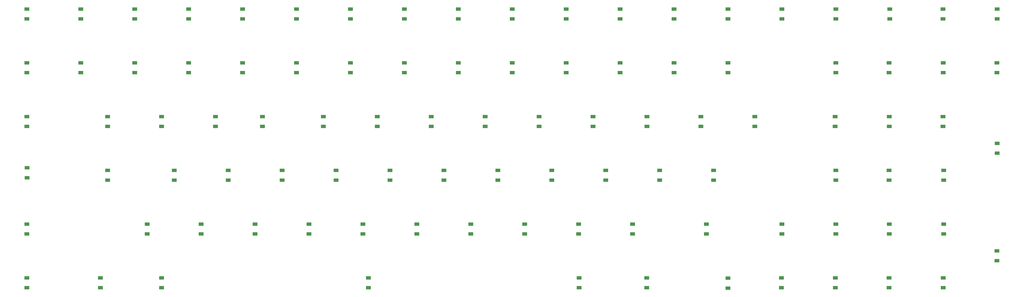
<source format=gbr>
G04 #@! TF.GenerationSoftware,KiCad,Pcbnew,(5.0.0)*
G04 #@! TF.CreationDate,2018-11-22T23:53:18+07:00*
G04 #@! TF.ProjectId,main_board4,6D61696E5F626F617264342E6B696361,1.4*
G04 #@! TF.SameCoordinates,Original*
G04 #@! TF.FileFunction,Paste,Top*
G04 #@! TF.FilePolarity,Positive*
%FSLAX46Y46*%
G04 Gerber Fmt 4.6, Leading zero omitted, Abs format (unit mm)*
G04 Created by KiCad (PCBNEW (5.0.0)) date 11/22/18 23:53:18*
%MOMM*%
%LPD*%
G01*
G04 APERTURE LIST*
%ADD10R,1.700000X1.300000*%
G04 APERTURE END LIST*
D10*
G04 #@! TO.C,D16*
X113340000Y-142955000D03*
X113340000Y-139455000D03*
G04 #@! TD*
G04 #@! TO.C,D17*
X122865000Y-162005000D03*
X122865000Y-158505000D03*
G04 #@! TD*
G04 #@! TO.C,D18*
X108895000Y-181055000D03*
X108895000Y-177555000D03*
G04 #@! TD*
G04 #@! TO.C,D19*
X118420000Y-85805000D03*
X118420000Y-82305000D03*
G04 #@! TD*
G04 #@! TO.C,D20*
X118420000Y-104855000D03*
X118420000Y-101355000D03*
G04 #@! TD*
G04 #@! TO.C,D21*
X127945000Y-123905000D03*
X127945000Y-120405000D03*
G04 #@! TD*
G04 #@! TO.C,D22*
X132390000Y-142955000D03*
X132390000Y-139455000D03*
G04 #@! TD*
G04 #@! TO.C,D23*
X141915000Y-162005000D03*
X141915000Y-158505000D03*
G04 #@! TD*
G04 #@! TO.C,D24*
X181920000Y-181055000D03*
X181920000Y-177555000D03*
G04 #@! TD*
G04 #@! TO.C,D25*
X156520000Y-85805000D03*
X156520000Y-82305000D03*
G04 #@! TD*
G04 #@! TO.C,D26*
X137470000Y-85805000D03*
X137470000Y-82305000D03*
G04 #@! TD*
G04 #@! TO.C,D27*
X137470000Y-104855000D03*
X137470000Y-101355000D03*
G04 #@! TD*
G04 #@! TO.C,D28*
X144488000Y-123905000D03*
X144488000Y-120405000D03*
G04 #@! TD*
G04 #@! TO.C,D29*
X151440000Y-142955000D03*
X151440000Y-139455000D03*
G04 #@! TD*
G04 #@! TO.C,D30*
X160965000Y-162005000D03*
X160965000Y-158505000D03*
G04 #@! TD*
G04 #@! TO.C,D31*
X175570000Y-85805000D03*
X175570000Y-82305000D03*
G04 #@! TD*
G04 #@! TO.C,D32*
X175570000Y-104855000D03*
X175570000Y-101355000D03*
G04 #@! TD*
G04 #@! TO.C,D33*
X156520000Y-104855000D03*
X156520000Y-101355000D03*
G04 #@! TD*
G04 #@! TO.C,D34*
X166045000Y-123905000D03*
X166045000Y-120405000D03*
G04 #@! TD*
G04 #@! TO.C,D35*
X185095000Y-123905000D03*
X185095000Y-120405000D03*
G04 #@! TD*
G04 #@! TO.C,D36*
X170490000Y-142955000D03*
X170490000Y-139455000D03*
G04 #@! TD*
G04 #@! TO.C,D37*
X194620000Y-85805000D03*
X194620000Y-82305000D03*
G04 #@! TD*
G04 #@! TO.C,D38*
X194620000Y-104855000D03*
X194620000Y-101355000D03*
G04 #@! TD*
G04 #@! TO.C,D39*
X213670000Y-104855000D03*
X213670000Y-101355000D03*
G04 #@! TD*
G04 #@! TO.C,D40*
X204145000Y-123905000D03*
X204145000Y-120405000D03*
G04 #@! TD*
G04 #@! TO.C,D41*
X189540000Y-142955000D03*
X189540000Y-139455000D03*
G04 #@! TD*
G04 #@! TO.C,D42*
X180015000Y-162005000D03*
X180015000Y-158505000D03*
G04 #@! TD*
G04 #@! TO.C,D43*
X213670000Y-85805000D03*
X213670000Y-82305000D03*
G04 #@! TD*
G04 #@! TO.C,D44*
X232720000Y-85805000D03*
X232720000Y-82305000D03*
G04 #@! TD*
G04 #@! TO.C,D45*
X232720000Y-104855000D03*
X232720000Y-101355000D03*
G04 #@! TD*
G04 #@! TO.C,D46*
X223195000Y-123905000D03*
X223195000Y-120405000D03*
G04 #@! TD*
G04 #@! TO.C,D47*
X208590000Y-142955000D03*
X208590000Y-139455000D03*
G04 #@! TD*
G04 #@! TO.C,D48*
X199065000Y-162005000D03*
X199065000Y-158505000D03*
G04 #@! TD*
G04 #@! TO.C,D49*
X251770000Y-85805000D03*
X251770000Y-82305000D03*
G04 #@! TD*
G04 #@! TO.C,D50*
X251770000Y-104855000D03*
X251770000Y-101355000D03*
G04 #@! TD*
G04 #@! TO.C,D51*
X242245000Y-123905000D03*
X242245000Y-120405000D03*
G04 #@! TD*
G04 #@! TO.C,D52*
X227640000Y-142955000D03*
X227640000Y-139455000D03*
G04 #@! TD*
G04 #@! TO.C,D53*
X237165000Y-162005000D03*
X237165000Y-158505000D03*
G04 #@! TD*
G04 #@! TO.C,D54*
X218115000Y-162005000D03*
X218115000Y-158505000D03*
G04 #@! TD*
G04 #@! TO.C,D55*
X270820000Y-85805000D03*
X270820000Y-82305000D03*
G04 #@! TD*
G04 #@! TO.C,D56*
X270820000Y-104855000D03*
X270820000Y-101355000D03*
G04 #@! TD*
G04 #@! TO.C,D57*
X261295000Y-123905000D03*
X261295000Y-120405000D03*
G04 #@! TD*
G04 #@! TO.C,D58*
X246690000Y-142955000D03*
X246690000Y-139455000D03*
G04 #@! TD*
G04 #@! TO.C,D59*
X256215000Y-162005000D03*
X256215000Y-158505000D03*
G04 #@! TD*
G04 #@! TO.C,D60*
X256342000Y-181055000D03*
X256342000Y-177555000D03*
G04 #@! TD*
G04 #@! TO.C,D61*
X289870000Y-85805000D03*
X289870000Y-82305000D03*
G04 #@! TD*
G04 #@! TO.C,D62*
X289870000Y-104855000D03*
X289870000Y-101355000D03*
G04 #@! TD*
G04 #@! TO.C,D63*
X280345000Y-123905000D03*
X280345000Y-120405000D03*
G04 #@! TD*
G04 #@! TO.C,D64*
X265740000Y-142955000D03*
X265740000Y-139455000D03*
G04 #@! TD*
G04 #@! TO.C,D65*
X275265000Y-162005000D03*
X275265000Y-158505000D03*
G04 #@! TD*
G04 #@! TO.C,D66*
X280218000Y-181055000D03*
X280218000Y-177555000D03*
G04 #@! TD*
G04 #@! TO.C,D67*
X308920000Y-85805000D03*
X308920000Y-82305000D03*
G04 #@! TD*
G04 #@! TO.C,D68*
X299395000Y-123905000D03*
X299395000Y-120405000D03*
G04 #@! TD*
G04 #@! TO.C,D69*
X284790000Y-142955000D03*
X284790000Y-139455000D03*
G04 #@! TD*
G04 #@! TO.C,D70*
X301300000Y-162005000D03*
X301300000Y-158505000D03*
G04 #@! TD*
G04 #@! TO.C,D71*
X308920000Y-181210000D03*
X308920000Y-177710000D03*
G04 #@! TD*
G04 #@! TO.C,D72*
X327843000Y-181055000D03*
X327843000Y-177555000D03*
G04 #@! TD*
G04 #@! TO.C,D73*
X327970000Y-85805000D03*
X327970000Y-82305000D03*
G04 #@! TD*
G04 #@! TO.C,D74*
X308920000Y-104855000D03*
X308920000Y-101355000D03*
G04 #@! TD*
G04 #@! TO.C,D75*
X318445000Y-123905000D03*
X318445000Y-120405000D03*
G04 #@! TD*
G04 #@! TO.C,D76*
X303840000Y-142955000D03*
X303840000Y-139455000D03*
G04 #@! TD*
G04 #@! TO.C,D77*
X327970000Y-162005000D03*
X327970000Y-158505000D03*
G04 #@! TD*
G04 #@! TO.C,D78*
X346893000Y-181055000D03*
X346893000Y-177555000D03*
G04 #@! TD*
G04 #@! TO.C,D79*
X347020000Y-85805000D03*
X347020000Y-82305000D03*
G04 #@! TD*
G04 #@! TO.C,D80*
X347020000Y-104855000D03*
X347020000Y-101355000D03*
G04 #@! TD*
G04 #@! TO.C,D81*
X346766000Y-123905000D03*
X346766000Y-120405000D03*
G04 #@! TD*
G04 #@! TO.C,D82*
X347020000Y-142955000D03*
X347020000Y-139455000D03*
G04 #@! TD*
G04 #@! TO.C,D83*
X347020000Y-162005000D03*
X347020000Y-158505000D03*
G04 #@! TD*
G04 #@! TO.C,D84*
X365816000Y-181055000D03*
X365816000Y-177555000D03*
G04 #@! TD*
G04 #@! TO.C,D9*
X89845000Y-123905000D03*
X89845000Y-120405000D03*
G04 #@! TD*
G04 #@! TO.C,D10*
X89845000Y-142955000D03*
X89845000Y-139455000D03*
G04 #@! TD*
G04 #@! TO.C,D11*
X103815000Y-162005000D03*
X103815000Y-158505000D03*
G04 #@! TD*
G04 #@! TO.C,D12*
X87305000Y-181055000D03*
X87305000Y-177555000D03*
G04 #@! TD*
G04 #@! TO.C,D13*
X99370000Y-85805000D03*
X99370000Y-82305000D03*
G04 #@! TD*
G04 #@! TO.C,D14*
X99370000Y-104855000D03*
X99370000Y-101355000D03*
G04 #@! TD*
G04 #@! TO.C,D15*
X108895000Y-123905000D03*
X108895000Y-120405000D03*
G04 #@! TD*
G04 #@! TO.C,D1*
X61270000Y-85805000D03*
X61270000Y-82305000D03*
G04 #@! TD*
G04 #@! TO.C,D2*
X61270000Y-104855000D03*
X61270000Y-101355000D03*
G04 #@! TD*
G04 #@! TO.C,D3*
X61270000Y-123905000D03*
X61270000Y-120405000D03*
G04 #@! TD*
G04 #@! TO.C,D4*
X61333500Y-142094000D03*
X61333500Y-138594000D03*
G04 #@! TD*
G04 #@! TO.C,D5*
X61270000Y-162005000D03*
X61270000Y-158505000D03*
G04 #@! TD*
G04 #@! TO.C,D6*
X61270000Y-181055000D03*
X61270000Y-177555000D03*
G04 #@! TD*
G04 #@! TO.C,D7*
X80320000Y-85805000D03*
X80320000Y-82305000D03*
G04 #@! TD*
G04 #@! TO.C,D8*
X80320000Y-104855000D03*
X80320000Y-101355000D03*
G04 #@! TD*
G04 #@! TO.C,D85*
X366070000Y-85805000D03*
X366070000Y-82305000D03*
G04 #@! TD*
G04 #@! TO.C,D86*
X365816000Y-101355000D03*
X365816000Y-104855000D03*
G04 #@! TD*
G04 #@! TO.C,D87*
X365943000Y-123933000D03*
X365943000Y-120433000D03*
G04 #@! TD*
G04 #@! TO.C,D88*
X365816000Y-139455000D03*
X365816000Y-142955000D03*
G04 #@! TD*
G04 #@! TO.C,D89*
X365943000Y-162005000D03*
X365943000Y-158505000D03*
G04 #@! TD*
G04 #@! TO.C,D90*
X384993000Y-177555000D03*
X384993000Y-181055000D03*
G04 #@! TD*
G04 #@! TO.C,D91*
X384866000Y-82305000D03*
X384866000Y-85805000D03*
G04 #@! TD*
G04 #@! TO.C,D92*
X384993000Y-104855000D03*
X384993000Y-101355000D03*
G04 #@! TD*
G04 #@! TO.C,D93*
X384866000Y-120405000D03*
X384866000Y-123905000D03*
G04 #@! TD*
G04 #@! TO.C,D94*
X385120000Y-142955000D03*
X385120000Y-139455000D03*
G04 #@! TD*
G04 #@! TO.C,D95*
X385120000Y-158505000D03*
X385120000Y-162005000D03*
G04 #@! TD*
G04 #@! TO.C,D96*
X403916000Y-171530000D03*
X403916000Y-168030000D03*
G04 #@! TD*
G04 #@! TO.C,D97*
X404043000Y-85805000D03*
X404043000Y-82305000D03*
G04 #@! TD*
G04 #@! TO.C,D98*
X403916000Y-101355000D03*
X403916000Y-104855000D03*
G04 #@! TD*
G04 #@! TO.C,D99*
X404043000Y-129930000D03*
X404043000Y-133430000D03*
G04 #@! TD*
M02*

</source>
